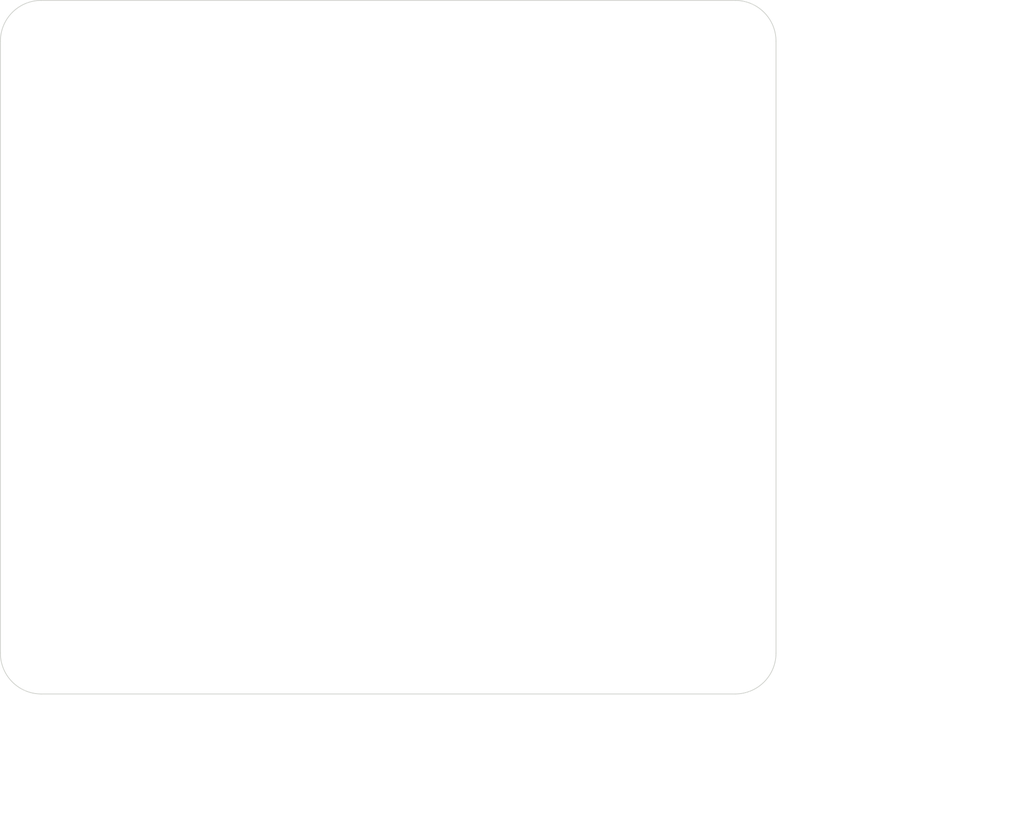
<source format=kicad_pcb>
(kicad_pcb (version 20221018) (generator pcbnew)
  (layers (0 "F.Cu" signal) (31 "B.Cu" signal) (34 "B.Paste" user) (35 "F.Paste" user) (36 "B.SilkS" user "B.Silkscreen") (37 "F.SilkS" user "F.Silkscreen") (38 "B.Mask" user) (39 "F.Mask" user) (44 "Edge.Cuts" user))
  (net 0 "")
  (footprint "MountingHole:MountingHole_4.5mm" (layer "F.Cu") (at 146.85 49.9)
    (fp_text reference "REF**" hide)
    (fp_text value "MountingHole_4.5mm" hide)
    (pad "" np_thru_hole circle (at 0 0) (size 4.5 4.5) (drill 4.5) (layers "*.Cu" "*.Mask"))
  )
  (footprint "MountingHole:MountingHole_4.5mm" (layer "F.Cu") (at 146.85 124.9)
    (fp_text reference "REF**" hide)
    (fp_text value "MountingHole_4.5mm" hide)
    (pad "" np_thru_hole circle (at 0 0) (size 4.5 4.5) (drill 4.5) (layers "*.Cu" "*.Mask"))
  )
  (footprint "MountingHole:MountingHole_4.5mm" (layer "F.Cu") (at 61.85 69.9)
    (fp_text reference "REF**" hide)
    (fp_text value "MountingHole_4.5mm" hide)
    (pad "" np_thru_hole circle (at 0 0) (size 4.5 4.5) (drill 4.5) (layers "*.Cu" "*.Mask"))
  )
  (footprint "MountingHole:MountingHole_4.5mm" (layer "F.Cu") (at 146.85 69.9)
    (fp_text reference "REF**" hide)
    (fp_text value "MountingHole_4.5mm" hide)
    (pad "" np_thru_hole circle (at 0 0) (size 4.5 4.5) (drill 4.5) (layers "*.Cu" "*.Mask"))
  )
  (footprint "MountingHole:MountingHole_4.5mm" (layer "F.Cu") (at 61.85 124.9)
    (fp_text reference "REF**" hide)
    (fp_text value "MountingHole_4.5mm" hide)
    (pad "" np_thru_hole circle (at 0 0) (size 4.5 4.5) (drill 4.5) (layers "*.Cu" "*.Mask"))
  )
  (footprint "MountingHole:MountingHole_4.5mm" (layer "F.Cu") (at 61.85 49.9)
    (fp_text reference "REF**" hide)
    (fp_text value "MountingHole_4.5mm" hide)
    (pad "" np_thru_hole circle (at 0 0) (size 4.5 4.5) (drill 4.5) (layers "*.Cu" "*.Mask"))
  )
  (gr_line (start 56.85 124.9) (end 56.85 49.9) (stroke (width 0.1)) (layer "Edge.Cuts"))
  (gr_line (start 146.85 129.9) (end 61.85 129.9) (stroke (width 0.1)) (layer "Edge.Cuts"))
  (gr_line (start 151.85 49.9) (end 151.85 124.9) (stroke (width 0.1)) (layer "Edge.Cuts"))
  (gr_arc (start 56.85 49.9) (mid 58.314466 46.364466) (end 61.85 44.9) (stroke (width 0.1)) (layer "Edge.Cuts"))
  (gr_arc (start 61.85 129.9) (mid 58.314466 128.435534) (end 56.85 124.9) (stroke (width 0.1)) (layer "Edge.Cuts"))
  (gr_line (start 61.85 44.9) (end 146.85 44.9) (stroke (width 0.1)) (layer "Edge.Cuts"))
  (gr_arc (start 146.85 44.9) (mid 150.385534 46.364466) (end 151.85 49.9) (stroke (width 0.1)) (layer "Edge.Cuts"))
  (gr_arc (start 151.85 124.9) (mid 150.385534 128.435534) (end 146.85 129.9) (stroke (width 0.1)) (layer "Edge.Cuts"))
)
</source>
